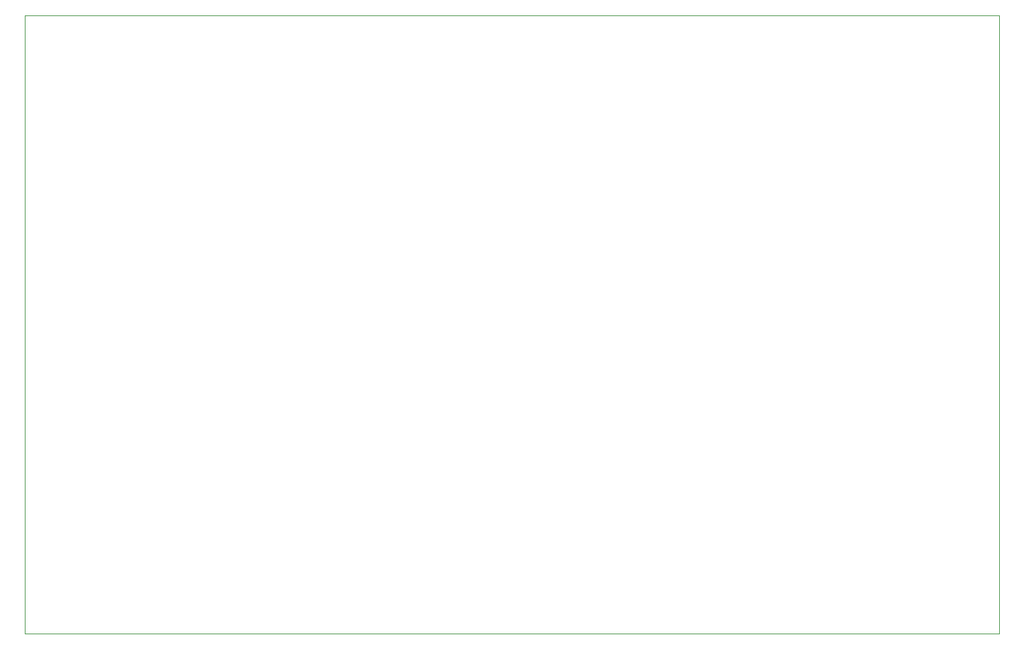
<source format=gbr>
%TF.GenerationSoftware,KiCad,Pcbnew,(6.0.0-0)*%
%TF.CreationDate,2022-12-05T15:15:13-05:00*%
%TF.ProjectId,Body_LED_Controller_V2,426f6479-5f4c-4454-945f-436f6e74726f,1.0*%
%TF.SameCoordinates,Original*%
%TF.FileFunction,Profile,NP*%
%FSLAX46Y46*%
G04 Gerber Fmt 4.6, Leading zero omitted, Abs format (unit mm)*
G04 Created by KiCad (PCBNEW (6.0.0-0)) date 2022-12-05 15:15:13*
%MOMM*%
%LPD*%
G01*
G04 APERTURE LIST*
%TA.AperFunction,Profile*%
%ADD10C,0.050000*%
%TD*%
G04 APERTURE END LIST*
D10*
X75000000Y-120000000D02*
X198000000Y-120000000D01*
X198000000Y-120000000D02*
X198000000Y-42000000D01*
X198000000Y-42000000D02*
X75000000Y-42000000D01*
X75000000Y-42000000D02*
X75000000Y-120000000D01*
M02*

</source>
